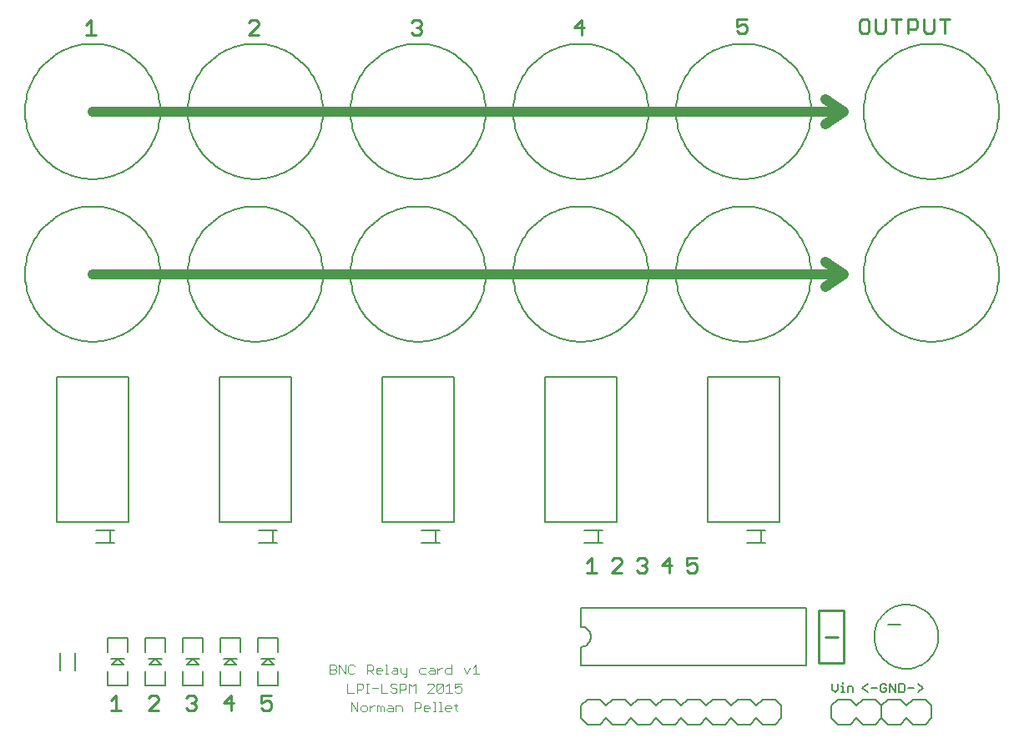
<source format=gto>
G75*
G70*
%OFA0B0*%
%FSLAX24Y24*%
%IPPOS*%
%LPD*%
%AMOC8*
5,1,8,0,0,1.08239X$1,22.5*
%
%ADD10C,0.0110*%
%ADD11C,0.0400*%
%ADD12C,0.0060*%
%ADD13C,0.0030*%
%ADD14C,0.0080*%
%ADD15C,0.0050*%
%ADD16C,0.0100*%
D10*
X004033Y001542D02*
X004426Y001542D01*
X004230Y001542D02*
X004230Y002132D01*
X004033Y001935D01*
X005533Y002034D02*
X005631Y002132D01*
X005828Y002132D01*
X005926Y002034D01*
X005926Y001935D01*
X005533Y001542D01*
X005926Y001542D01*
X007033Y001640D02*
X007131Y001542D01*
X007328Y001542D01*
X007426Y001640D01*
X007426Y001739D01*
X007328Y001837D01*
X007230Y001837D01*
X007328Y001837D02*
X007426Y001935D01*
X007426Y002034D01*
X007328Y002132D01*
X007131Y002132D01*
X007033Y002034D01*
X008533Y001837D02*
X008926Y001837D01*
X008828Y002132D02*
X008533Y001837D01*
X008828Y001542D02*
X008828Y002132D01*
X010033Y002132D02*
X010033Y001837D01*
X010230Y001935D01*
X010328Y001935D01*
X010426Y001837D01*
X010426Y001640D01*
X010328Y001542D01*
X010131Y001542D01*
X010033Y001640D01*
X010033Y002132D02*
X010426Y002132D01*
X023033Y007042D02*
X023426Y007042D01*
X023230Y007042D02*
X023230Y007632D01*
X023033Y007435D01*
X024033Y007534D02*
X024131Y007632D01*
X024328Y007632D01*
X024426Y007534D01*
X024426Y007435D01*
X024033Y007042D01*
X024426Y007042D01*
X025033Y007140D02*
X025131Y007042D01*
X025328Y007042D01*
X025426Y007140D01*
X025426Y007239D01*
X025328Y007337D01*
X025230Y007337D01*
X025328Y007337D02*
X025426Y007435D01*
X025426Y007534D01*
X025328Y007632D01*
X025131Y007632D01*
X025033Y007534D01*
X026033Y007337D02*
X026426Y007337D01*
X026328Y007042D02*
X026328Y007632D01*
X026033Y007337D01*
X027033Y007337D02*
X027230Y007435D01*
X027328Y007435D01*
X027426Y007337D01*
X027426Y007140D01*
X027328Y007042D01*
X027131Y007042D01*
X027033Y007140D01*
X027033Y007337D02*
X027033Y007632D01*
X027426Y007632D01*
X029131Y028592D02*
X029033Y028690D01*
X029131Y028592D02*
X029328Y028592D01*
X029426Y028690D01*
X029426Y028887D01*
X029328Y028985D01*
X029230Y028985D01*
X029033Y028887D01*
X029033Y029182D01*
X029426Y029182D01*
X033921Y029084D02*
X033921Y028690D01*
X034020Y028592D01*
X034217Y028592D01*
X034315Y028690D01*
X034315Y029084D01*
X034217Y029182D01*
X034020Y029182D01*
X033921Y029084D01*
X034566Y029182D02*
X034566Y028690D01*
X034664Y028592D01*
X034861Y028592D01*
X034960Y028690D01*
X034960Y029182D01*
X035210Y029182D02*
X035604Y029182D01*
X035407Y029182D02*
X035407Y028592D01*
X035855Y028592D02*
X035855Y029182D01*
X036150Y029182D01*
X036249Y029084D01*
X036249Y028887D01*
X036150Y028789D01*
X035855Y028789D01*
X036500Y028690D02*
X036500Y029182D01*
X036893Y029182D02*
X036893Y028690D01*
X036795Y028592D01*
X036598Y028592D01*
X036500Y028690D01*
X037144Y029182D02*
X037538Y029182D01*
X037341Y029182D02*
X037341Y028592D01*
X022926Y028837D02*
X022533Y028837D01*
X022828Y029132D01*
X022828Y028542D01*
X016426Y028640D02*
X016328Y028542D01*
X016131Y028542D01*
X016033Y028640D01*
X016230Y028837D02*
X016328Y028837D01*
X016426Y028739D01*
X016426Y028640D01*
X016328Y028837D02*
X016426Y028935D01*
X016426Y029034D01*
X016328Y029132D01*
X016131Y029132D01*
X016033Y029034D01*
X009926Y028935D02*
X009926Y029034D01*
X009828Y029132D01*
X009631Y029132D01*
X009533Y029034D01*
X009926Y028935D02*
X009533Y028542D01*
X009926Y028542D01*
X003426Y028542D02*
X003033Y028542D01*
X003230Y028542D02*
X003230Y029132D01*
X003033Y028935D01*
D11*
X003300Y025487D02*
X033300Y025487D01*
X032550Y024987D01*
X033300Y025487D02*
X032550Y025987D01*
X032550Y019487D02*
X033300Y018987D01*
X032550Y018487D01*
X033300Y018987D02*
X003300Y018987D01*
D12*
X022800Y005637D02*
X022800Y004887D01*
X022839Y004885D01*
X022878Y004879D01*
X022916Y004870D01*
X022953Y004857D01*
X022989Y004840D01*
X023022Y004820D01*
X023054Y004796D01*
X023083Y004770D01*
X023109Y004741D01*
X023133Y004709D01*
X023153Y004676D01*
X023170Y004640D01*
X023183Y004603D01*
X023192Y004565D01*
X023198Y004526D01*
X023200Y004487D01*
X023198Y004448D01*
X023192Y004409D01*
X023183Y004371D01*
X023170Y004334D01*
X023153Y004298D01*
X023133Y004265D01*
X023109Y004233D01*
X023083Y004204D01*
X023054Y004178D01*
X023022Y004154D01*
X022989Y004134D01*
X022953Y004117D01*
X022916Y004104D01*
X022878Y004095D01*
X022839Y004089D01*
X022800Y004087D01*
X022800Y003337D01*
X031800Y003337D01*
X031800Y005637D01*
X022800Y005637D01*
X032839Y002607D02*
X032839Y002380D01*
X032952Y002267D01*
X033066Y002380D01*
X033066Y002607D01*
X033207Y002494D02*
X033264Y002494D01*
X033264Y002267D01*
X033207Y002267D02*
X033321Y002267D01*
X033453Y002267D02*
X033453Y002494D01*
X033623Y002494D01*
X033680Y002437D01*
X033680Y002267D01*
X034041Y002437D02*
X034268Y002267D01*
X034409Y002437D02*
X034636Y002437D01*
X034778Y002550D02*
X034778Y002323D01*
X034834Y002267D01*
X034948Y002267D01*
X035004Y002323D01*
X035004Y002437D01*
X034891Y002437D01*
X035004Y002550D02*
X034948Y002607D01*
X034834Y002607D01*
X034778Y002550D01*
X035146Y002607D02*
X035146Y002267D01*
X035373Y002267D02*
X035146Y002607D01*
X035373Y002607D02*
X035373Y002267D01*
X035514Y002267D02*
X035684Y002267D01*
X035741Y002323D01*
X035741Y002550D01*
X035684Y002607D01*
X035514Y002607D01*
X035514Y002267D01*
X035882Y002437D02*
X036109Y002437D01*
X036251Y002607D02*
X036478Y002437D01*
X036251Y002267D01*
X034268Y002607D02*
X034041Y002437D01*
X033264Y002607D02*
X033264Y002664D01*
X002615Y003137D02*
X002615Y003846D01*
X001985Y003846D02*
X001985Y003137D01*
D13*
X012776Y003187D02*
X012962Y003187D01*
X013023Y003125D01*
X013023Y003063D01*
X012962Y003002D01*
X012776Y003002D01*
X012776Y003372D01*
X012962Y003372D01*
X013023Y003310D01*
X013023Y003249D01*
X012962Y003187D01*
X013145Y003372D02*
X013392Y003002D01*
X013392Y003372D01*
X013513Y003310D02*
X013513Y003063D01*
X013575Y003002D01*
X013698Y003002D01*
X013760Y003063D01*
X013760Y003310D02*
X013698Y003372D01*
X013575Y003372D01*
X013513Y003310D01*
X013145Y003372D02*
X013145Y003002D01*
X013482Y002622D02*
X013482Y002252D01*
X013729Y002252D01*
X013851Y002252D02*
X013851Y002622D01*
X014036Y002622D01*
X014098Y002560D01*
X014098Y002437D01*
X014036Y002375D01*
X013851Y002375D01*
X014219Y002252D02*
X014342Y002252D01*
X014281Y002252D02*
X014281Y002622D01*
X014342Y002622D02*
X014219Y002622D01*
X014465Y002437D02*
X014711Y002437D01*
X014833Y002622D02*
X014833Y002252D01*
X015080Y002252D01*
X015201Y002313D02*
X015263Y002252D01*
X015386Y002252D01*
X015448Y002313D01*
X015448Y002375D01*
X015386Y002437D01*
X015263Y002437D01*
X015201Y002499D01*
X015201Y002560D01*
X015263Y002622D01*
X015386Y002622D01*
X015448Y002560D01*
X015569Y002622D02*
X015755Y002622D01*
X015816Y002560D01*
X015816Y002437D01*
X015755Y002375D01*
X015569Y002375D01*
X015569Y002252D02*
X015569Y002622D01*
X015724Y002878D02*
X015785Y002878D01*
X015847Y002940D01*
X015847Y003249D01*
X015600Y003249D02*
X015600Y003063D01*
X015662Y003002D01*
X015847Y003002D01*
X015479Y003002D02*
X015479Y003187D01*
X015417Y003249D01*
X015294Y003249D01*
X015294Y003125D02*
X015479Y003125D01*
X015479Y003002D02*
X015294Y003002D01*
X015232Y003063D01*
X015294Y003125D01*
X015110Y003002D02*
X014986Y003002D01*
X015048Y003002D02*
X015048Y003372D01*
X014986Y003372D01*
X014803Y003249D02*
X014865Y003187D01*
X014865Y003125D01*
X014618Y003125D01*
X014618Y003063D02*
X014618Y003187D01*
X014680Y003249D01*
X014803Y003249D01*
X014803Y003002D02*
X014680Y003002D01*
X014618Y003063D01*
X014497Y003002D02*
X014373Y003125D01*
X014435Y003125D02*
X014250Y003125D01*
X014250Y003002D02*
X014250Y003372D01*
X014435Y003372D01*
X014497Y003310D01*
X014497Y003187D01*
X014435Y003125D01*
X013883Y001872D02*
X013883Y001502D01*
X013636Y001872D01*
X013636Y001502D01*
X014004Y001563D02*
X014066Y001502D01*
X014189Y001502D01*
X014251Y001563D01*
X014251Y001687D01*
X014189Y001749D01*
X014066Y001749D01*
X014004Y001687D01*
X014004Y001563D01*
X014372Y001502D02*
X014372Y001749D01*
X014496Y001749D02*
X014558Y001749D01*
X014496Y001749D02*
X014372Y001625D01*
X014679Y001502D02*
X014679Y001749D01*
X014741Y001749D01*
X014803Y001687D01*
X014865Y001749D01*
X014926Y001687D01*
X014926Y001502D01*
X014803Y001502D02*
X014803Y001687D01*
X015048Y001563D02*
X015109Y001502D01*
X015295Y001502D01*
X015295Y001687D01*
X015233Y001749D01*
X015109Y001749D01*
X015109Y001625D02*
X015295Y001625D01*
X015416Y001502D02*
X015416Y001749D01*
X015601Y001749D01*
X015663Y001687D01*
X015663Y001502D01*
X016153Y001502D02*
X016153Y001872D01*
X016338Y001872D01*
X016399Y001810D01*
X016399Y001687D01*
X016338Y001625D01*
X016153Y001625D01*
X016521Y001625D02*
X016768Y001625D01*
X016768Y001687D01*
X016706Y001749D01*
X016583Y001749D01*
X016521Y001687D01*
X016521Y001563D01*
X016583Y001502D01*
X016706Y001502D01*
X016889Y001502D02*
X017013Y001502D01*
X016951Y001502D02*
X016951Y001872D01*
X016889Y001872D01*
X017135Y001872D02*
X017197Y001872D01*
X017197Y001502D01*
X017258Y001502D02*
X017135Y001502D01*
X017380Y001563D02*
X017442Y001502D01*
X017565Y001502D01*
X017627Y001625D02*
X017380Y001625D01*
X017380Y001563D02*
X017380Y001687D01*
X017442Y001749D01*
X017565Y001749D01*
X017627Y001687D01*
X017627Y001625D01*
X017749Y001749D02*
X017872Y001749D01*
X017810Y001810D02*
X017810Y001563D01*
X017872Y001502D01*
X017841Y002252D02*
X017779Y002313D01*
X017841Y002252D02*
X017964Y002252D01*
X018026Y002313D01*
X018026Y002437D01*
X017964Y002499D01*
X017903Y002499D01*
X017779Y002437D01*
X017779Y002622D01*
X018026Y002622D01*
X018240Y003002D02*
X018364Y003249D01*
X018485Y003249D02*
X018609Y003372D01*
X018609Y003002D01*
X018732Y003002D02*
X018485Y003002D01*
X018240Y003002D02*
X018117Y003249D01*
X017627Y003249D02*
X017442Y003249D01*
X017380Y003187D01*
X017380Y003063D01*
X017442Y003002D01*
X017627Y003002D01*
X017627Y003372D01*
X017259Y003249D02*
X017197Y003249D01*
X017073Y003125D01*
X016952Y003125D02*
X016767Y003125D01*
X016705Y003063D01*
X016767Y003002D01*
X016952Y003002D01*
X016952Y003187D01*
X016890Y003249D01*
X016767Y003249D01*
X016584Y003249D02*
X016398Y003249D01*
X016337Y003187D01*
X016337Y003063D01*
X016398Y003002D01*
X016584Y003002D01*
X016736Y002622D02*
X016674Y002560D01*
X016736Y002622D02*
X016860Y002622D01*
X016921Y002560D01*
X016921Y002499D01*
X016674Y002252D01*
X016921Y002252D01*
X017043Y002313D02*
X017290Y002560D01*
X017290Y002313D01*
X017228Y002252D01*
X017104Y002252D01*
X017043Y002313D01*
X017043Y002560D01*
X017104Y002622D01*
X017228Y002622D01*
X017290Y002560D01*
X017411Y002499D02*
X017534Y002622D01*
X017534Y002252D01*
X017411Y002252D02*
X017658Y002252D01*
X017073Y003002D02*
X017073Y003249D01*
X016185Y002622D02*
X016185Y002252D01*
X015938Y002252D02*
X015938Y002622D01*
X016061Y002499D01*
X016185Y002622D01*
X015109Y001625D02*
X015048Y001563D01*
D14*
X010694Y002542D02*
X010694Y003093D01*
X010536Y003369D02*
X010300Y003605D01*
X010064Y003369D01*
X010536Y003369D01*
X010576Y003605D02*
X010300Y003605D01*
X010024Y003605D01*
X009906Y003880D02*
X009906Y004432D01*
X010694Y004432D01*
X010694Y003880D01*
X009906Y003093D02*
X009906Y002542D01*
X010694Y002542D01*
X009194Y002542D02*
X009194Y003093D01*
X009036Y003369D02*
X008800Y003605D01*
X008564Y003369D01*
X009036Y003369D01*
X009076Y003605D02*
X008800Y003605D01*
X008524Y003605D01*
X008406Y003880D02*
X008406Y004432D01*
X009194Y004432D01*
X009194Y003880D01*
X008406Y003093D02*
X008406Y002542D01*
X009194Y002542D01*
X007694Y002542D02*
X007694Y003093D01*
X007536Y003369D02*
X007300Y003605D01*
X007064Y003369D01*
X007536Y003369D01*
X007576Y003605D02*
X007300Y003605D01*
X007024Y003605D01*
X006906Y003880D02*
X006906Y004432D01*
X007694Y004432D01*
X007694Y003880D01*
X006906Y003093D02*
X006906Y002542D01*
X007694Y002542D01*
X006194Y002542D02*
X006194Y003093D01*
X006036Y003369D02*
X005800Y003605D01*
X005564Y003369D01*
X006036Y003369D01*
X006076Y003605D02*
X005800Y003605D01*
X005524Y003605D01*
X005406Y003880D02*
X005406Y004432D01*
X006194Y004432D01*
X006194Y003880D01*
X005406Y003093D02*
X005406Y002542D01*
X006194Y002542D01*
X004694Y002542D02*
X004694Y003093D01*
X004536Y003369D02*
X004300Y003605D01*
X004064Y003369D01*
X004536Y003369D01*
X004576Y003605D02*
X004300Y003605D01*
X004024Y003605D01*
X003906Y003880D02*
X003906Y004432D01*
X004694Y004432D01*
X004694Y003880D01*
X003906Y003093D02*
X003906Y002542D01*
X004694Y002542D01*
X004154Y008231D02*
X003997Y008231D01*
X003997Y008743D01*
X003446Y008743D01*
X003446Y008231D02*
X003997Y008231D01*
X003997Y008743D02*
X004154Y008743D01*
X004717Y009085D02*
X001883Y009085D01*
X001883Y014872D01*
X004717Y014872D01*
X004717Y009085D01*
X008383Y009085D02*
X011217Y009085D01*
X011217Y014872D01*
X008383Y014872D01*
X008383Y009085D01*
X009946Y008743D02*
X010497Y008743D01*
X010497Y008231D01*
X009946Y008231D01*
X010497Y008231D02*
X010654Y008231D01*
X010654Y008743D02*
X010497Y008743D01*
X014883Y009085D02*
X017717Y009085D01*
X017717Y014872D01*
X014883Y014872D01*
X014883Y009085D01*
X016446Y008743D02*
X016997Y008743D01*
X016997Y008231D01*
X016446Y008231D01*
X016997Y008231D02*
X017154Y008231D01*
X017154Y008743D02*
X016997Y008743D01*
X021383Y009085D02*
X024217Y009085D01*
X024217Y014872D01*
X021383Y014872D01*
X021383Y009085D01*
X022946Y008743D02*
X023497Y008743D01*
X023497Y008231D01*
X022946Y008231D01*
X023497Y008231D02*
X023654Y008231D01*
X023654Y008743D02*
X023497Y008743D01*
X027883Y009085D02*
X030717Y009085D01*
X030717Y014872D01*
X027883Y014872D01*
X027883Y009085D01*
X029446Y008743D02*
X029997Y008743D01*
X029997Y008231D01*
X029446Y008231D01*
X029997Y008231D02*
X030154Y008231D01*
X030154Y008743D02*
X029997Y008743D01*
X035050Y004987D02*
X035550Y004987D01*
X034520Y004487D02*
X034522Y004558D01*
X034528Y004629D01*
X034538Y004700D01*
X034552Y004769D01*
X034569Y004838D01*
X034591Y004906D01*
X034616Y004973D01*
X034645Y005038D01*
X034677Y005101D01*
X034713Y005163D01*
X034752Y005222D01*
X034795Y005279D01*
X034840Y005334D01*
X034889Y005386D01*
X034940Y005435D01*
X034994Y005481D01*
X035051Y005525D01*
X035109Y005565D01*
X035170Y005601D01*
X035233Y005635D01*
X035298Y005664D01*
X035364Y005690D01*
X035432Y005713D01*
X035500Y005731D01*
X035570Y005746D01*
X035640Y005757D01*
X035711Y005764D01*
X035782Y005767D01*
X035853Y005766D01*
X035924Y005761D01*
X035995Y005752D01*
X036065Y005739D01*
X036134Y005723D01*
X036202Y005702D01*
X036269Y005678D01*
X036335Y005650D01*
X036398Y005618D01*
X036460Y005583D01*
X036520Y005545D01*
X036578Y005503D01*
X036633Y005459D01*
X036686Y005411D01*
X036736Y005360D01*
X036783Y005307D01*
X036827Y005251D01*
X036868Y005193D01*
X036906Y005132D01*
X036940Y005070D01*
X036970Y005005D01*
X036997Y004940D01*
X037021Y004872D01*
X037040Y004804D01*
X037056Y004735D01*
X037068Y004664D01*
X037076Y004594D01*
X037080Y004523D01*
X037080Y004451D01*
X037076Y004380D01*
X037068Y004310D01*
X037056Y004239D01*
X037040Y004170D01*
X037021Y004102D01*
X036997Y004034D01*
X036970Y003969D01*
X036940Y003904D01*
X036906Y003842D01*
X036868Y003781D01*
X036827Y003723D01*
X036783Y003667D01*
X036736Y003614D01*
X036686Y003563D01*
X036633Y003515D01*
X036578Y003471D01*
X036520Y003429D01*
X036460Y003391D01*
X036398Y003356D01*
X036335Y003324D01*
X036269Y003296D01*
X036202Y003272D01*
X036134Y003251D01*
X036065Y003235D01*
X035995Y003222D01*
X035924Y003213D01*
X035853Y003208D01*
X035782Y003207D01*
X035711Y003210D01*
X035640Y003217D01*
X035570Y003228D01*
X035500Y003243D01*
X035432Y003261D01*
X035364Y003284D01*
X035298Y003310D01*
X035233Y003339D01*
X035170Y003373D01*
X035109Y003409D01*
X035051Y003449D01*
X034994Y003493D01*
X034940Y003539D01*
X034889Y003588D01*
X034840Y003640D01*
X034795Y003695D01*
X034752Y003752D01*
X034713Y003811D01*
X034677Y003873D01*
X034645Y003936D01*
X034616Y004001D01*
X034591Y004068D01*
X034569Y004136D01*
X034552Y004205D01*
X034538Y004274D01*
X034528Y004345D01*
X034522Y004416D01*
X034520Y004487D01*
X034550Y001987D02*
X034050Y001987D01*
X033800Y001737D01*
X033550Y001987D01*
X033050Y001987D01*
X032800Y001737D01*
X032800Y001237D01*
X033050Y000987D01*
X033550Y000987D01*
X033800Y001237D01*
X034050Y000987D01*
X034550Y000987D01*
X034800Y001237D01*
X035050Y000987D01*
X035550Y000987D01*
X035800Y001237D01*
X036050Y000987D01*
X036550Y000987D01*
X036800Y001237D01*
X036800Y001737D01*
X036550Y001987D01*
X036050Y001987D01*
X035800Y001737D01*
X035550Y001987D01*
X035050Y001987D01*
X034800Y001737D01*
X034800Y001237D01*
X034800Y001737D01*
X034550Y001987D01*
X030800Y001737D02*
X030800Y001237D01*
X030550Y000987D01*
X030050Y000987D01*
X029800Y001237D01*
X029550Y000987D01*
X029050Y000987D01*
X028800Y001237D01*
X028550Y000987D01*
X028050Y000987D01*
X027800Y001237D01*
X027550Y000987D01*
X027050Y000987D01*
X026800Y001237D01*
X026550Y000987D01*
X026050Y000987D01*
X025800Y001237D01*
X025550Y000987D01*
X025050Y000987D01*
X024800Y001237D01*
X024550Y000987D01*
X024050Y000987D01*
X023800Y001237D01*
X023550Y000987D01*
X023050Y000987D01*
X022800Y001237D01*
X022800Y001737D01*
X023050Y001987D01*
X023550Y001987D01*
X023800Y001737D01*
X024050Y001987D01*
X024550Y001987D01*
X024800Y001737D01*
X025050Y001987D01*
X025550Y001987D01*
X025800Y001737D01*
X026050Y001987D01*
X026550Y001987D01*
X026800Y001737D01*
X027050Y001987D01*
X027550Y001987D01*
X027800Y001737D01*
X028050Y001987D01*
X028550Y001987D01*
X028800Y001737D01*
X029050Y001987D01*
X029550Y001987D01*
X029800Y001737D01*
X030050Y001987D01*
X030550Y001987D01*
X030800Y001737D01*
D15*
X026599Y018987D02*
X026602Y019120D01*
X026612Y019252D01*
X026628Y019383D01*
X026651Y019514D01*
X026680Y019643D01*
X026715Y019771D01*
X026757Y019897D01*
X026805Y020021D01*
X026858Y020142D01*
X026918Y020260D01*
X026983Y020376D01*
X027054Y020488D01*
X027131Y020596D01*
X027212Y020700D01*
X027299Y020801D01*
X027390Y020897D01*
X027486Y020988D01*
X027587Y021075D01*
X027691Y021156D01*
X027799Y021233D01*
X027911Y021304D01*
X028027Y021369D01*
X028145Y021429D01*
X028266Y021482D01*
X028390Y021530D01*
X028516Y021572D01*
X028644Y021607D01*
X028773Y021636D01*
X028904Y021659D01*
X029035Y021675D01*
X029167Y021685D01*
X029300Y021688D01*
X029433Y021685D01*
X029565Y021675D01*
X029696Y021659D01*
X029827Y021636D01*
X029956Y021607D01*
X030084Y021572D01*
X030210Y021530D01*
X030334Y021482D01*
X030455Y021429D01*
X030573Y021369D01*
X030689Y021304D01*
X030801Y021233D01*
X030909Y021156D01*
X031013Y021075D01*
X031114Y020988D01*
X031210Y020897D01*
X031301Y020801D01*
X031388Y020700D01*
X031469Y020596D01*
X031546Y020488D01*
X031617Y020376D01*
X031682Y020260D01*
X031742Y020142D01*
X031795Y020021D01*
X031843Y019897D01*
X031885Y019771D01*
X031920Y019643D01*
X031949Y019514D01*
X031972Y019383D01*
X031988Y019252D01*
X031998Y019120D01*
X032001Y018987D01*
X031998Y018854D01*
X031988Y018722D01*
X031972Y018591D01*
X031949Y018460D01*
X031920Y018331D01*
X031885Y018203D01*
X031843Y018077D01*
X031795Y017953D01*
X031742Y017832D01*
X031682Y017714D01*
X031617Y017598D01*
X031546Y017486D01*
X031469Y017378D01*
X031388Y017274D01*
X031301Y017173D01*
X031210Y017077D01*
X031114Y016986D01*
X031013Y016899D01*
X030909Y016818D01*
X030801Y016741D01*
X030689Y016670D01*
X030573Y016605D01*
X030455Y016545D01*
X030334Y016492D01*
X030210Y016444D01*
X030084Y016402D01*
X029956Y016367D01*
X029827Y016338D01*
X029696Y016315D01*
X029565Y016299D01*
X029433Y016289D01*
X029300Y016286D01*
X029167Y016289D01*
X029035Y016299D01*
X028904Y016315D01*
X028773Y016338D01*
X028644Y016367D01*
X028516Y016402D01*
X028390Y016444D01*
X028266Y016492D01*
X028145Y016545D01*
X028027Y016605D01*
X027911Y016670D01*
X027799Y016741D01*
X027691Y016818D01*
X027587Y016899D01*
X027486Y016986D01*
X027390Y017077D01*
X027299Y017173D01*
X027212Y017274D01*
X027131Y017378D01*
X027054Y017486D01*
X026983Y017598D01*
X026918Y017714D01*
X026858Y017832D01*
X026805Y017953D01*
X026757Y018077D01*
X026715Y018203D01*
X026680Y018331D01*
X026651Y018460D01*
X026628Y018591D01*
X026612Y018722D01*
X026602Y018854D01*
X026599Y018987D01*
X020099Y018987D02*
X020102Y019120D01*
X020112Y019252D01*
X020128Y019383D01*
X020151Y019514D01*
X020180Y019643D01*
X020215Y019771D01*
X020257Y019897D01*
X020305Y020021D01*
X020358Y020142D01*
X020418Y020260D01*
X020483Y020376D01*
X020554Y020488D01*
X020631Y020596D01*
X020712Y020700D01*
X020799Y020801D01*
X020890Y020897D01*
X020986Y020988D01*
X021087Y021075D01*
X021191Y021156D01*
X021299Y021233D01*
X021411Y021304D01*
X021527Y021369D01*
X021645Y021429D01*
X021766Y021482D01*
X021890Y021530D01*
X022016Y021572D01*
X022144Y021607D01*
X022273Y021636D01*
X022404Y021659D01*
X022535Y021675D01*
X022667Y021685D01*
X022800Y021688D01*
X022933Y021685D01*
X023065Y021675D01*
X023196Y021659D01*
X023327Y021636D01*
X023456Y021607D01*
X023584Y021572D01*
X023710Y021530D01*
X023834Y021482D01*
X023955Y021429D01*
X024073Y021369D01*
X024189Y021304D01*
X024301Y021233D01*
X024409Y021156D01*
X024513Y021075D01*
X024614Y020988D01*
X024710Y020897D01*
X024801Y020801D01*
X024888Y020700D01*
X024969Y020596D01*
X025046Y020488D01*
X025117Y020376D01*
X025182Y020260D01*
X025242Y020142D01*
X025295Y020021D01*
X025343Y019897D01*
X025385Y019771D01*
X025420Y019643D01*
X025449Y019514D01*
X025472Y019383D01*
X025488Y019252D01*
X025498Y019120D01*
X025501Y018987D01*
X025498Y018854D01*
X025488Y018722D01*
X025472Y018591D01*
X025449Y018460D01*
X025420Y018331D01*
X025385Y018203D01*
X025343Y018077D01*
X025295Y017953D01*
X025242Y017832D01*
X025182Y017714D01*
X025117Y017598D01*
X025046Y017486D01*
X024969Y017378D01*
X024888Y017274D01*
X024801Y017173D01*
X024710Y017077D01*
X024614Y016986D01*
X024513Y016899D01*
X024409Y016818D01*
X024301Y016741D01*
X024189Y016670D01*
X024073Y016605D01*
X023955Y016545D01*
X023834Y016492D01*
X023710Y016444D01*
X023584Y016402D01*
X023456Y016367D01*
X023327Y016338D01*
X023196Y016315D01*
X023065Y016299D01*
X022933Y016289D01*
X022800Y016286D01*
X022667Y016289D01*
X022535Y016299D01*
X022404Y016315D01*
X022273Y016338D01*
X022144Y016367D01*
X022016Y016402D01*
X021890Y016444D01*
X021766Y016492D01*
X021645Y016545D01*
X021527Y016605D01*
X021411Y016670D01*
X021299Y016741D01*
X021191Y016818D01*
X021087Y016899D01*
X020986Y016986D01*
X020890Y017077D01*
X020799Y017173D01*
X020712Y017274D01*
X020631Y017378D01*
X020554Y017486D01*
X020483Y017598D01*
X020418Y017714D01*
X020358Y017832D01*
X020305Y017953D01*
X020257Y018077D01*
X020215Y018203D01*
X020180Y018331D01*
X020151Y018460D01*
X020128Y018591D01*
X020112Y018722D01*
X020102Y018854D01*
X020099Y018987D01*
X013599Y018987D02*
X013602Y019120D01*
X013612Y019252D01*
X013628Y019383D01*
X013651Y019514D01*
X013680Y019643D01*
X013715Y019771D01*
X013757Y019897D01*
X013805Y020021D01*
X013858Y020142D01*
X013918Y020260D01*
X013983Y020376D01*
X014054Y020488D01*
X014131Y020596D01*
X014212Y020700D01*
X014299Y020801D01*
X014390Y020897D01*
X014486Y020988D01*
X014587Y021075D01*
X014691Y021156D01*
X014799Y021233D01*
X014911Y021304D01*
X015027Y021369D01*
X015145Y021429D01*
X015266Y021482D01*
X015390Y021530D01*
X015516Y021572D01*
X015644Y021607D01*
X015773Y021636D01*
X015904Y021659D01*
X016035Y021675D01*
X016167Y021685D01*
X016300Y021688D01*
X016433Y021685D01*
X016565Y021675D01*
X016696Y021659D01*
X016827Y021636D01*
X016956Y021607D01*
X017084Y021572D01*
X017210Y021530D01*
X017334Y021482D01*
X017455Y021429D01*
X017573Y021369D01*
X017689Y021304D01*
X017801Y021233D01*
X017909Y021156D01*
X018013Y021075D01*
X018114Y020988D01*
X018210Y020897D01*
X018301Y020801D01*
X018388Y020700D01*
X018469Y020596D01*
X018546Y020488D01*
X018617Y020376D01*
X018682Y020260D01*
X018742Y020142D01*
X018795Y020021D01*
X018843Y019897D01*
X018885Y019771D01*
X018920Y019643D01*
X018949Y019514D01*
X018972Y019383D01*
X018988Y019252D01*
X018998Y019120D01*
X019001Y018987D01*
X018998Y018854D01*
X018988Y018722D01*
X018972Y018591D01*
X018949Y018460D01*
X018920Y018331D01*
X018885Y018203D01*
X018843Y018077D01*
X018795Y017953D01*
X018742Y017832D01*
X018682Y017714D01*
X018617Y017598D01*
X018546Y017486D01*
X018469Y017378D01*
X018388Y017274D01*
X018301Y017173D01*
X018210Y017077D01*
X018114Y016986D01*
X018013Y016899D01*
X017909Y016818D01*
X017801Y016741D01*
X017689Y016670D01*
X017573Y016605D01*
X017455Y016545D01*
X017334Y016492D01*
X017210Y016444D01*
X017084Y016402D01*
X016956Y016367D01*
X016827Y016338D01*
X016696Y016315D01*
X016565Y016299D01*
X016433Y016289D01*
X016300Y016286D01*
X016167Y016289D01*
X016035Y016299D01*
X015904Y016315D01*
X015773Y016338D01*
X015644Y016367D01*
X015516Y016402D01*
X015390Y016444D01*
X015266Y016492D01*
X015145Y016545D01*
X015027Y016605D01*
X014911Y016670D01*
X014799Y016741D01*
X014691Y016818D01*
X014587Y016899D01*
X014486Y016986D01*
X014390Y017077D01*
X014299Y017173D01*
X014212Y017274D01*
X014131Y017378D01*
X014054Y017486D01*
X013983Y017598D01*
X013918Y017714D01*
X013858Y017832D01*
X013805Y017953D01*
X013757Y018077D01*
X013715Y018203D01*
X013680Y018331D01*
X013651Y018460D01*
X013628Y018591D01*
X013612Y018722D01*
X013602Y018854D01*
X013599Y018987D01*
X007099Y018987D02*
X007102Y019120D01*
X007112Y019252D01*
X007128Y019383D01*
X007151Y019514D01*
X007180Y019643D01*
X007215Y019771D01*
X007257Y019897D01*
X007305Y020021D01*
X007358Y020142D01*
X007418Y020260D01*
X007483Y020376D01*
X007554Y020488D01*
X007631Y020596D01*
X007712Y020700D01*
X007799Y020801D01*
X007890Y020897D01*
X007986Y020988D01*
X008087Y021075D01*
X008191Y021156D01*
X008299Y021233D01*
X008411Y021304D01*
X008527Y021369D01*
X008645Y021429D01*
X008766Y021482D01*
X008890Y021530D01*
X009016Y021572D01*
X009144Y021607D01*
X009273Y021636D01*
X009404Y021659D01*
X009535Y021675D01*
X009667Y021685D01*
X009800Y021688D01*
X009933Y021685D01*
X010065Y021675D01*
X010196Y021659D01*
X010327Y021636D01*
X010456Y021607D01*
X010584Y021572D01*
X010710Y021530D01*
X010834Y021482D01*
X010955Y021429D01*
X011073Y021369D01*
X011189Y021304D01*
X011301Y021233D01*
X011409Y021156D01*
X011513Y021075D01*
X011614Y020988D01*
X011710Y020897D01*
X011801Y020801D01*
X011888Y020700D01*
X011969Y020596D01*
X012046Y020488D01*
X012117Y020376D01*
X012182Y020260D01*
X012242Y020142D01*
X012295Y020021D01*
X012343Y019897D01*
X012385Y019771D01*
X012420Y019643D01*
X012449Y019514D01*
X012472Y019383D01*
X012488Y019252D01*
X012498Y019120D01*
X012501Y018987D01*
X012498Y018854D01*
X012488Y018722D01*
X012472Y018591D01*
X012449Y018460D01*
X012420Y018331D01*
X012385Y018203D01*
X012343Y018077D01*
X012295Y017953D01*
X012242Y017832D01*
X012182Y017714D01*
X012117Y017598D01*
X012046Y017486D01*
X011969Y017378D01*
X011888Y017274D01*
X011801Y017173D01*
X011710Y017077D01*
X011614Y016986D01*
X011513Y016899D01*
X011409Y016818D01*
X011301Y016741D01*
X011189Y016670D01*
X011073Y016605D01*
X010955Y016545D01*
X010834Y016492D01*
X010710Y016444D01*
X010584Y016402D01*
X010456Y016367D01*
X010327Y016338D01*
X010196Y016315D01*
X010065Y016299D01*
X009933Y016289D01*
X009800Y016286D01*
X009667Y016289D01*
X009535Y016299D01*
X009404Y016315D01*
X009273Y016338D01*
X009144Y016367D01*
X009016Y016402D01*
X008890Y016444D01*
X008766Y016492D01*
X008645Y016545D01*
X008527Y016605D01*
X008411Y016670D01*
X008299Y016741D01*
X008191Y016818D01*
X008087Y016899D01*
X007986Y016986D01*
X007890Y017077D01*
X007799Y017173D01*
X007712Y017274D01*
X007631Y017378D01*
X007554Y017486D01*
X007483Y017598D01*
X007418Y017714D01*
X007358Y017832D01*
X007305Y017953D01*
X007257Y018077D01*
X007215Y018203D01*
X007180Y018331D01*
X007151Y018460D01*
X007128Y018591D01*
X007112Y018722D01*
X007102Y018854D01*
X007099Y018987D01*
X000599Y018987D02*
X000602Y019120D01*
X000612Y019252D01*
X000628Y019383D01*
X000651Y019514D01*
X000680Y019643D01*
X000715Y019771D01*
X000757Y019897D01*
X000805Y020021D01*
X000858Y020142D01*
X000918Y020260D01*
X000983Y020376D01*
X001054Y020488D01*
X001131Y020596D01*
X001212Y020700D01*
X001299Y020801D01*
X001390Y020897D01*
X001486Y020988D01*
X001587Y021075D01*
X001691Y021156D01*
X001799Y021233D01*
X001911Y021304D01*
X002027Y021369D01*
X002145Y021429D01*
X002266Y021482D01*
X002390Y021530D01*
X002516Y021572D01*
X002644Y021607D01*
X002773Y021636D01*
X002904Y021659D01*
X003035Y021675D01*
X003167Y021685D01*
X003300Y021688D01*
X003433Y021685D01*
X003565Y021675D01*
X003696Y021659D01*
X003827Y021636D01*
X003956Y021607D01*
X004084Y021572D01*
X004210Y021530D01*
X004334Y021482D01*
X004455Y021429D01*
X004573Y021369D01*
X004689Y021304D01*
X004801Y021233D01*
X004909Y021156D01*
X005013Y021075D01*
X005114Y020988D01*
X005210Y020897D01*
X005301Y020801D01*
X005388Y020700D01*
X005469Y020596D01*
X005546Y020488D01*
X005617Y020376D01*
X005682Y020260D01*
X005742Y020142D01*
X005795Y020021D01*
X005843Y019897D01*
X005885Y019771D01*
X005920Y019643D01*
X005949Y019514D01*
X005972Y019383D01*
X005988Y019252D01*
X005998Y019120D01*
X006001Y018987D01*
X005998Y018854D01*
X005988Y018722D01*
X005972Y018591D01*
X005949Y018460D01*
X005920Y018331D01*
X005885Y018203D01*
X005843Y018077D01*
X005795Y017953D01*
X005742Y017832D01*
X005682Y017714D01*
X005617Y017598D01*
X005546Y017486D01*
X005469Y017378D01*
X005388Y017274D01*
X005301Y017173D01*
X005210Y017077D01*
X005114Y016986D01*
X005013Y016899D01*
X004909Y016818D01*
X004801Y016741D01*
X004689Y016670D01*
X004573Y016605D01*
X004455Y016545D01*
X004334Y016492D01*
X004210Y016444D01*
X004084Y016402D01*
X003956Y016367D01*
X003827Y016338D01*
X003696Y016315D01*
X003565Y016299D01*
X003433Y016289D01*
X003300Y016286D01*
X003167Y016289D01*
X003035Y016299D01*
X002904Y016315D01*
X002773Y016338D01*
X002644Y016367D01*
X002516Y016402D01*
X002390Y016444D01*
X002266Y016492D01*
X002145Y016545D01*
X002027Y016605D01*
X001911Y016670D01*
X001799Y016741D01*
X001691Y016818D01*
X001587Y016899D01*
X001486Y016986D01*
X001390Y017077D01*
X001299Y017173D01*
X001212Y017274D01*
X001131Y017378D01*
X001054Y017486D01*
X000983Y017598D01*
X000918Y017714D01*
X000858Y017832D01*
X000805Y017953D01*
X000757Y018077D01*
X000715Y018203D01*
X000680Y018331D01*
X000651Y018460D01*
X000628Y018591D01*
X000612Y018722D01*
X000602Y018854D01*
X000599Y018987D01*
X000599Y025487D02*
X000602Y025620D01*
X000612Y025752D01*
X000628Y025883D01*
X000651Y026014D01*
X000680Y026143D01*
X000715Y026271D01*
X000757Y026397D01*
X000805Y026521D01*
X000858Y026642D01*
X000918Y026760D01*
X000983Y026876D01*
X001054Y026988D01*
X001131Y027096D01*
X001212Y027200D01*
X001299Y027301D01*
X001390Y027397D01*
X001486Y027488D01*
X001587Y027575D01*
X001691Y027656D01*
X001799Y027733D01*
X001911Y027804D01*
X002027Y027869D01*
X002145Y027929D01*
X002266Y027982D01*
X002390Y028030D01*
X002516Y028072D01*
X002644Y028107D01*
X002773Y028136D01*
X002904Y028159D01*
X003035Y028175D01*
X003167Y028185D01*
X003300Y028188D01*
X003433Y028185D01*
X003565Y028175D01*
X003696Y028159D01*
X003827Y028136D01*
X003956Y028107D01*
X004084Y028072D01*
X004210Y028030D01*
X004334Y027982D01*
X004455Y027929D01*
X004573Y027869D01*
X004689Y027804D01*
X004801Y027733D01*
X004909Y027656D01*
X005013Y027575D01*
X005114Y027488D01*
X005210Y027397D01*
X005301Y027301D01*
X005388Y027200D01*
X005469Y027096D01*
X005546Y026988D01*
X005617Y026876D01*
X005682Y026760D01*
X005742Y026642D01*
X005795Y026521D01*
X005843Y026397D01*
X005885Y026271D01*
X005920Y026143D01*
X005949Y026014D01*
X005972Y025883D01*
X005988Y025752D01*
X005998Y025620D01*
X006001Y025487D01*
X005998Y025354D01*
X005988Y025222D01*
X005972Y025091D01*
X005949Y024960D01*
X005920Y024831D01*
X005885Y024703D01*
X005843Y024577D01*
X005795Y024453D01*
X005742Y024332D01*
X005682Y024214D01*
X005617Y024098D01*
X005546Y023986D01*
X005469Y023878D01*
X005388Y023774D01*
X005301Y023673D01*
X005210Y023577D01*
X005114Y023486D01*
X005013Y023399D01*
X004909Y023318D01*
X004801Y023241D01*
X004689Y023170D01*
X004573Y023105D01*
X004455Y023045D01*
X004334Y022992D01*
X004210Y022944D01*
X004084Y022902D01*
X003956Y022867D01*
X003827Y022838D01*
X003696Y022815D01*
X003565Y022799D01*
X003433Y022789D01*
X003300Y022786D01*
X003167Y022789D01*
X003035Y022799D01*
X002904Y022815D01*
X002773Y022838D01*
X002644Y022867D01*
X002516Y022902D01*
X002390Y022944D01*
X002266Y022992D01*
X002145Y023045D01*
X002027Y023105D01*
X001911Y023170D01*
X001799Y023241D01*
X001691Y023318D01*
X001587Y023399D01*
X001486Y023486D01*
X001390Y023577D01*
X001299Y023673D01*
X001212Y023774D01*
X001131Y023878D01*
X001054Y023986D01*
X000983Y024098D01*
X000918Y024214D01*
X000858Y024332D01*
X000805Y024453D01*
X000757Y024577D01*
X000715Y024703D01*
X000680Y024831D01*
X000651Y024960D01*
X000628Y025091D01*
X000612Y025222D01*
X000602Y025354D01*
X000599Y025487D01*
X007099Y025487D02*
X007102Y025620D01*
X007112Y025752D01*
X007128Y025883D01*
X007151Y026014D01*
X007180Y026143D01*
X007215Y026271D01*
X007257Y026397D01*
X007305Y026521D01*
X007358Y026642D01*
X007418Y026760D01*
X007483Y026876D01*
X007554Y026988D01*
X007631Y027096D01*
X007712Y027200D01*
X007799Y027301D01*
X007890Y027397D01*
X007986Y027488D01*
X008087Y027575D01*
X008191Y027656D01*
X008299Y027733D01*
X008411Y027804D01*
X008527Y027869D01*
X008645Y027929D01*
X008766Y027982D01*
X008890Y028030D01*
X009016Y028072D01*
X009144Y028107D01*
X009273Y028136D01*
X009404Y028159D01*
X009535Y028175D01*
X009667Y028185D01*
X009800Y028188D01*
X009933Y028185D01*
X010065Y028175D01*
X010196Y028159D01*
X010327Y028136D01*
X010456Y028107D01*
X010584Y028072D01*
X010710Y028030D01*
X010834Y027982D01*
X010955Y027929D01*
X011073Y027869D01*
X011189Y027804D01*
X011301Y027733D01*
X011409Y027656D01*
X011513Y027575D01*
X011614Y027488D01*
X011710Y027397D01*
X011801Y027301D01*
X011888Y027200D01*
X011969Y027096D01*
X012046Y026988D01*
X012117Y026876D01*
X012182Y026760D01*
X012242Y026642D01*
X012295Y026521D01*
X012343Y026397D01*
X012385Y026271D01*
X012420Y026143D01*
X012449Y026014D01*
X012472Y025883D01*
X012488Y025752D01*
X012498Y025620D01*
X012501Y025487D01*
X012498Y025354D01*
X012488Y025222D01*
X012472Y025091D01*
X012449Y024960D01*
X012420Y024831D01*
X012385Y024703D01*
X012343Y024577D01*
X012295Y024453D01*
X012242Y024332D01*
X012182Y024214D01*
X012117Y024098D01*
X012046Y023986D01*
X011969Y023878D01*
X011888Y023774D01*
X011801Y023673D01*
X011710Y023577D01*
X011614Y023486D01*
X011513Y023399D01*
X011409Y023318D01*
X011301Y023241D01*
X011189Y023170D01*
X011073Y023105D01*
X010955Y023045D01*
X010834Y022992D01*
X010710Y022944D01*
X010584Y022902D01*
X010456Y022867D01*
X010327Y022838D01*
X010196Y022815D01*
X010065Y022799D01*
X009933Y022789D01*
X009800Y022786D01*
X009667Y022789D01*
X009535Y022799D01*
X009404Y022815D01*
X009273Y022838D01*
X009144Y022867D01*
X009016Y022902D01*
X008890Y022944D01*
X008766Y022992D01*
X008645Y023045D01*
X008527Y023105D01*
X008411Y023170D01*
X008299Y023241D01*
X008191Y023318D01*
X008087Y023399D01*
X007986Y023486D01*
X007890Y023577D01*
X007799Y023673D01*
X007712Y023774D01*
X007631Y023878D01*
X007554Y023986D01*
X007483Y024098D01*
X007418Y024214D01*
X007358Y024332D01*
X007305Y024453D01*
X007257Y024577D01*
X007215Y024703D01*
X007180Y024831D01*
X007151Y024960D01*
X007128Y025091D01*
X007112Y025222D01*
X007102Y025354D01*
X007099Y025487D01*
X013599Y025487D02*
X013602Y025620D01*
X013612Y025752D01*
X013628Y025883D01*
X013651Y026014D01*
X013680Y026143D01*
X013715Y026271D01*
X013757Y026397D01*
X013805Y026521D01*
X013858Y026642D01*
X013918Y026760D01*
X013983Y026876D01*
X014054Y026988D01*
X014131Y027096D01*
X014212Y027200D01*
X014299Y027301D01*
X014390Y027397D01*
X014486Y027488D01*
X014587Y027575D01*
X014691Y027656D01*
X014799Y027733D01*
X014911Y027804D01*
X015027Y027869D01*
X015145Y027929D01*
X015266Y027982D01*
X015390Y028030D01*
X015516Y028072D01*
X015644Y028107D01*
X015773Y028136D01*
X015904Y028159D01*
X016035Y028175D01*
X016167Y028185D01*
X016300Y028188D01*
X016433Y028185D01*
X016565Y028175D01*
X016696Y028159D01*
X016827Y028136D01*
X016956Y028107D01*
X017084Y028072D01*
X017210Y028030D01*
X017334Y027982D01*
X017455Y027929D01*
X017573Y027869D01*
X017689Y027804D01*
X017801Y027733D01*
X017909Y027656D01*
X018013Y027575D01*
X018114Y027488D01*
X018210Y027397D01*
X018301Y027301D01*
X018388Y027200D01*
X018469Y027096D01*
X018546Y026988D01*
X018617Y026876D01*
X018682Y026760D01*
X018742Y026642D01*
X018795Y026521D01*
X018843Y026397D01*
X018885Y026271D01*
X018920Y026143D01*
X018949Y026014D01*
X018972Y025883D01*
X018988Y025752D01*
X018998Y025620D01*
X019001Y025487D01*
X018998Y025354D01*
X018988Y025222D01*
X018972Y025091D01*
X018949Y024960D01*
X018920Y024831D01*
X018885Y024703D01*
X018843Y024577D01*
X018795Y024453D01*
X018742Y024332D01*
X018682Y024214D01*
X018617Y024098D01*
X018546Y023986D01*
X018469Y023878D01*
X018388Y023774D01*
X018301Y023673D01*
X018210Y023577D01*
X018114Y023486D01*
X018013Y023399D01*
X017909Y023318D01*
X017801Y023241D01*
X017689Y023170D01*
X017573Y023105D01*
X017455Y023045D01*
X017334Y022992D01*
X017210Y022944D01*
X017084Y022902D01*
X016956Y022867D01*
X016827Y022838D01*
X016696Y022815D01*
X016565Y022799D01*
X016433Y022789D01*
X016300Y022786D01*
X016167Y022789D01*
X016035Y022799D01*
X015904Y022815D01*
X015773Y022838D01*
X015644Y022867D01*
X015516Y022902D01*
X015390Y022944D01*
X015266Y022992D01*
X015145Y023045D01*
X015027Y023105D01*
X014911Y023170D01*
X014799Y023241D01*
X014691Y023318D01*
X014587Y023399D01*
X014486Y023486D01*
X014390Y023577D01*
X014299Y023673D01*
X014212Y023774D01*
X014131Y023878D01*
X014054Y023986D01*
X013983Y024098D01*
X013918Y024214D01*
X013858Y024332D01*
X013805Y024453D01*
X013757Y024577D01*
X013715Y024703D01*
X013680Y024831D01*
X013651Y024960D01*
X013628Y025091D01*
X013612Y025222D01*
X013602Y025354D01*
X013599Y025487D01*
X020099Y025487D02*
X020102Y025620D01*
X020112Y025752D01*
X020128Y025883D01*
X020151Y026014D01*
X020180Y026143D01*
X020215Y026271D01*
X020257Y026397D01*
X020305Y026521D01*
X020358Y026642D01*
X020418Y026760D01*
X020483Y026876D01*
X020554Y026988D01*
X020631Y027096D01*
X020712Y027200D01*
X020799Y027301D01*
X020890Y027397D01*
X020986Y027488D01*
X021087Y027575D01*
X021191Y027656D01*
X021299Y027733D01*
X021411Y027804D01*
X021527Y027869D01*
X021645Y027929D01*
X021766Y027982D01*
X021890Y028030D01*
X022016Y028072D01*
X022144Y028107D01*
X022273Y028136D01*
X022404Y028159D01*
X022535Y028175D01*
X022667Y028185D01*
X022800Y028188D01*
X022933Y028185D01*
X023065Y028175D01*
X023196Y028159D01*
X023327Y028136D01*
X023456Y028107D01*
X023584Y028072D01*
X023710Y028030D01*
X023834Y027982D01*
X023955Y027929D01*
X024073Y027869D01*
X024189Y027804D01*
X024301Y027733D01*
X024409Y027656D01*
X024513Y027575D01*
X024614Y027488D01*
X024710Y027397D01*
X024801Y027301D01*
X024888Y027200D01*
X024969Y027096D01*
X025046Y026988D01*
X025117Y026876D01*
X025182Y026760D01*
X025242Y026642D01*
X025295Y026521D01*
X025343Y026397D01*
X025385Y026271D01*
X025420Y026143D01*
X025449Y026014D01*
X025472Y025883D01*
X025488Y025752D01*
X025498Y025620D01*
X025501Y025487D01*
X025498Y025354D01*
X025488Y025222D01*
X025472Y025091D01*
X025449Y024960D01*
X025420Y024831D01*
X025385Y024703D01*
X025343Y024577D01*
X025295Y024453D01*
X025242Y024332D01*
X025182Y024214D01*
X025117Y024098D01*
X025046Y023986D01*
X024969Y023878D01*
X024888Y023774D01*
X024801Y023673D01*
X024710Y023577D01*
X024614Y023486D01*
X024513Y023399D01*
X024409Y023318D01*
X024301Y023241D01*
X024189Y023170D01*
X024073Y023105D01*
X023955Y023045D01*
X023834Y022992D01*
X023710Y022944D01*
X023584Y022902D01*
X023456Y022867D01*
X023327Y022838D01*
X023196Y022815D01*
X023065Y022799D01*
X022933Y022789D01*
X022800Y022786D01*
X022667Y022789D01*
X022535Y022799D01*
X022404Y022815D01*
X022273Y022838D01*
X022144Y022867D01*
X022016Y022902D01*
X021890Y022944D01*
X021766Y022992D01*
X021645Y023045D01*
X021527Y023105D01*
X021411Y023170D01*
X021299Y023241D01*
X021191Y023318D01*
X021087Y023399D01*
X020986Y023486D01*
X020890Y023577D01*
X020799Y023673D01*
X020712Y023774D01*
X020631Y023878D01*
X020554Y023986D01*
X020483Y024098D01*
X020418Y024214D01*
X020358Y024332D01*
X020305Y024453D01*
X020257Y024577D01*
X020215Y024703D01*
X020180Y024831D01*
X020151Y024960D01*
X020128Y025091D01*
X020112Y025222D01*
X020102Y025354D01*
X020099Y025487D01*
X026599Y025487D02*
X026602Y025620D01*
X026612Y025752D01*
X026628Y025883D01*
X026651Y026014D01*
X026680Y026143D01*
X026715Y026271D01*
X026757Y026397D01*
X026805Y026521D01*
X026858Y026642D01*
X026918Y026760D01*
X026983Y026876D01*
X027054Y026988D01*
X027131Y027096D01*
X027212Y027200D01*
X027299Y027301D01*
X027390Y027397D01*
X027486Y027488D01*
X027587Y027575D01*
X027691Y027656D01*
X027799Y027733D01*
X027911Y027804D01*
X028027Y027869D01*
X028145Y027929D01*
X028266Y027982D01*
X028390Y028030D01*
X028516Y028072D01*
X028644Y028107D01*
X028773Y028136D01*
X028904Y028159D01*
X029035Y028175D01*
X029167Y028185D01*
X029300Y028188D01*
X029433Y028185D01*
X029565Y028175D01*
X029696Y028159D01*
X029827Y028136D01*
X029956Y028107D01*
X030084Y028072D01*
X030210Y028030D01*
X030334Y027982D01*
X030455Y027929D01*
X030573Y027869D01*
X030689Y027804D01*
X030801Y027733D01*
X030909Y027656D01*
X031013Y027575D01*
X031114Y027488D01*
X031210Y027397D01*
X031301Y027301D01*
X031388Y027200D01*
X031469Y027096D01*
X031546Y026988D01*
X031617Y026876D01*
X031682Y026760D01*
X031742Y026642D01*
X031795Y026521D01*
X031843Y026397D01*
X031885Y026271D01*
X031920Y026143D01*
X031949Y026014D01*
X031972Y025883D01*
X031988Y025752D01*
X031998Y025620D01*
X032001Y025487D01*
X031998Y025354D01*
X031988Y025222D01*
X031972Y025091D01*
X031949Y024960D01*
X031920Y024831D01*
X031885Y024703D01*
X031843Y024577D01*
X031795Y024453D01*
X031742Y024332D01*
X031682Y024214D01*
X031617Y024098D01*
X031546Y023986D01*
X031469Y023878D01*
X031388Y023774D01*
X031301Y023673D01*
X031210Y023577D01*
X031114Y023486D01*
X031013Y023399D01*
X030909Y023318D01*
X030801Y023241D01*
X030689Y023170D01*
X030573Y023105D01*
X030455Y023045D01*
X030334Y022992D01*
X030210Y022944D01*
X030084Y022902D01*
X029956Y022867D01*
X029827Y022838D01*
X029696Y022815D01*
X029565Y022799D01*
X029433Y022789D01*
X029300Y022786D01*
X029167Y022789D01*
X029035Y022799D01*
X028904Y022815D01*
X028773Y022838D01*
X028644Y022867D01*
X028516Y022902D01*
X028390Y022944D01*
X028266Y022992D01*
X028145Y023045D01*
X028027Y023105D01*
X027911Y023170D01*
X027799Y023241D01*
X027691Y023318D01*
X027587Y023399D01*
X027486Y023486D01*
X027390Y023577D01*
X027299Y023673D01*
X027212Y023774D01*
X027131Y023878D01*
X027054Y023986D01*
X026983Y024098D01*
X026918Y024214D01*
X026858Y024332D01*
X026805Y024453D01*
X026757Y024577D01*
X026715Y024703D01*
X026680Y024831D01*
X026651Y024960D01*
X026628Y025091D01*
X026612Y025222D01*
X026602Y025354D01*
X026599Y025487D01*
X034099Y025487D02*
X034102Y025620D01*
X034112Y025752D01*
X034128Y025883D01*
X034151Y026014D01*
X034180Y026143D01*
X034215Y026271D01*
X034257Y026397D01*
X034305Y026521D01*
X034358Y026642D01*
X034418Y026760D01*
X034483Y026876D01*
X034554Y026988D01*
X034631Y027096D01*
X034712Y027200D01*
X034799Y027301D01*
X034890Y027397D01*
X034986Y027488D01*
X035087Y027575D01*
X035191Y027656D01*
X035299Y027733D01*
X035411Y027804D01*
X035527Y027869D01*
X035645Y027929D01*
X035766Y027982D01*
X035890Y028030D01*
X036016Y028072D01*
X036144Y028107D01*
X036273Y028136D01*
X036404Y028159D01*
X036535Y028175D01*
X036667Y028185D01*
X036800Y028188D01*
X036933Y028185D01*
X037065Y028175D01*
X037196Y028159D01*
X037327Y028136D01*
X037456Y028107D01*
X037584Y028072D01*
X037710Y028030D01*
X037834Y027982D01*
X037955Y027929D01*
X038073Y027869D01*
X038189Y027804D01*
X038301Y027733D01*
X038409Y027656D01*
X038513Y027575D01*
X038614Y027488D01*
X038710Y027397D01*
X038801Y027301D01*
X038888Y027200D01*
X038969Y027096D01*
X039046Y026988D01*
X039117Y026876D01*
X039182Y026760D01*
X039242Y026642D01*
X039295Y026521D01*
X039343Y026397D01*
X039385Y026271D01*
X039420Y026143D01*
X039449Y026014D01*
X039472Y025883D01*
X039488Y025752D01*
X039498Y025620D01*
X039501Y025487D01*
X039498Y025354D01*
X039488Y025222D01*
X039472Y025091D01*
X039449Y024960D01*
X039420Y024831D01*
X039385Y024703D01*
X039343Y024577D01*
X039295Y024453D01*
X039242Y024332D01*
X039182Y024214D01*
X039117Y024098D01*
X039046Y023986D01*
X038969Y023878D01*
X038888Y023774D01*
X038801Y023673D01*
X038710Y023577D01*
X038614Y023486D01*
X038513Y023399D01*
X038409Y023318D01*
X038301Y023241D01*
X038189Y023170D01*
X038073Y023105D01*
X037955Y023045D01*
X037834Y022992D01*
X037710Y022944D01*
X037584Y022902D01*
X037456Y022867D01*
X037327Y022838D01*
X037196Y022815D01*
X037065Y022799D01*
X036933Y022789D01*
X036800Y022786D01*
X036667Y022789D01*
X036535Y022799D01*
X036404Y022815D01*
X036273Y022838D01*
X036144Y022867D01*
X036016Y022902D01*
X035890Y022944D01*
X035766Y022992D01*
X035645Y023045D01*
X035527Y023105D01*
X035411Y023170D01*
X035299Y023241D01*
X035191Y023318D01*
X035087Y023399D01*
X034986Y023486D01*
X034890Y023577D01*
X034799Y023673D01*
X034712Y023774D01*
X034631Y023878D01*
X034554Y023986D01*
X034483Y024098D01*
X034418Y024214D01*
X034358Y024332D01*
X034305Y024453D01*
X034257Y024577D01*
X034215Y024703D01*
X034180Y024831D01*
X034151Y024960D01*
X034128Y025091D01*
X034112Y025222D01*
X034102Y025354D01*
X034099Y025487D01*
X034099Y018987D02*
X034102Y019120D01*
X034112Y019252D01*
X034128Y019383D01*
X034151Y019514D01*
X034180Y019643D01*
X034215Y019771D01*
X034257Y019897D01*
X034305Y020021D01*
X034358Y020142D01*
X034418Y020260D01*
X034483Y020376D01*
X034554Y020488D01*
X034631Y020596D01*
X034712Y020700D01*
X034799Y020801D01*
X034890Y020897D01*
X034986Y020988D01*
X035087Y021075D01*
X035191Y021156D01*
X035299Y021233D01*
X035411Y021304D01*
X035527Y021369D01*
X035645Y021429D01*
X035766Y021482D01*
X035890Y021530D01*
X036016Y021572D01*
X036144Y021607D01*
X036273Y021636D01*
X036404Y021659D01*
X036535Y021675D01*
X036667Y021685D01*
X036800Y021688D01*
X036933Y021685D01*
X037065Y021675D01*
X037196Y021659D01*
X037327Y021636D01*
X037456Y021607D01*
X037584Y021572D01*
X037710Y021530D01*
X037834Y021482D01*
X037955Y021429D01*
X038073Y021369D01*
X038189Y021304D01*
X038301Y021233D01*
X038409Y021156D01*
X038513Y021075D01*
X038614Y020988D01*
X038710Y020897D01*
X038801Y020801D01*
X038888Y020700D01*
X038969Y020596D01*
X039046Y020488D01*
X039117Y020376D01*
X039182Y020260D01*
X039242Y020142D01*
X039295Y020021D01*
X039343Y019897D01*
X039385Y019771D01*
X039420Y019643D01*
X039449Y019514D01*
X039472Y019383D01*
X039488Y019252D01*
X039498Y019120D01*
X039501Y018987D01*
X039498Y018854D01*
X039488Y018722D01*
X039472Y018591D01*
X039449Y018460D01*
X039420Y018331D01*
X039385Y018203D01*
X039343Y018077D01*
X039295Y017953D01*
X039242Y017832D01*
X039182Y017714D01*
X039117Y017598D01*
X039046Y017486D01*
X038969Y017378D01*
X038888Y017274D01*
X038801Y017173D01*
X038710Y017077D01*
X038614Y016986D01*
X038513Y016899D01*
X038409Y016818D01*
X038301Y016741D01*
X038189Y016670D01*
X038073Y016605D01*
X037955Y016545D01*
X037834Y016492D01*
X037710Y016444D01*
X037584Y016402D01*
X037456Y016367D01*
X037327Y016338D01*
X037196Y016315D01*
X037065Y016299D01*
X036933Y016289D01*
X036800Y016286D01*
X036667Y016289D01*
X036535Y016299D01*
X036404Y016315D01*
X036273Y016338D01*
X036144Y016367D01*
X036016Y016402D01*
X035890Y016444D01*
X035766Y016492D01*
X035645Y016545D01*
X035527Y016605D01*
X035411Y016670D01*
X035299Y016741D01*
X035191Y016818D01*
X035087Y016899D01*
X034986Y016986D01*
X034890Y017077D01*
X034799Y017173D01*
X034712Y017274D01*
X034631Y017378D01*
X034554Y017486D01*
X034483Y017598D01*
X034418Y017714D01*
X034358Y017832D01*
X034305Y017953D01*
X034257Y018077D01*
X034215Y018203D01*
X034180Y018331D01*
X034151Y018460D01*
X034128Y018591D01*
X034112Y018722D01*
X034102Y018854D01*
X034099Y018987D01*
D16*
X033300Y005537D02*
X032300Y005537D01*
X032300Y003437D01*
X033300Y003437D01*
X033300Y005537D01*
X033050Y004487D02*
X032550Y004487D01*
M02*

</source>
